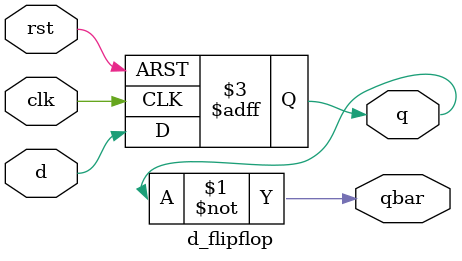
<source format=v>
module d_flipflop(d,clk,rst,q,qbar);
  input d,clk,rst;
  output reg q;
  output wire qbar;
  
  assign qbar = ~q;
  
  always @(posedge clk or posedge rst)
  begin
    if(rst)
      q = 1'b0;
    else
      q = d;
  end
endmodule

</source>
